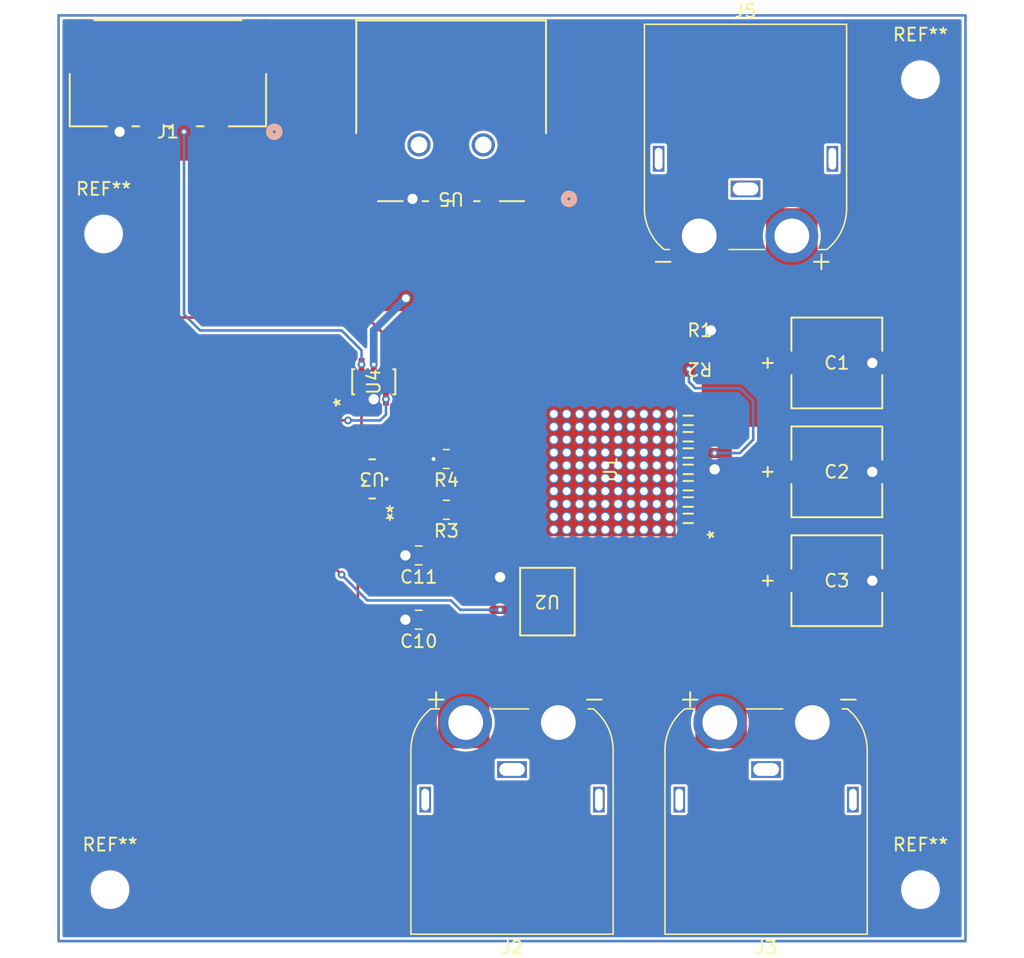
<source format=kicad_pcb>
(kicad_pcb (version 20240108) (generator "pcbnew") (generator_version "8.0")
  (layers (0 "F.Cu" signal) (31 "B.Cu" signal) (34 "B.Paste" user) (35 "F.Paste" user) (36 "B.SilkS" user "B.Silkscreen") (37 "F.SilkS" user "F.Silkscreen") (38 "B.Mask" user) (39 "F.Mask" user) (44 "Edge.Cuts" user))
  (net 0 "")
  (net 1 "GND")
  (net 2 "Net-(U2-FILTER)")
  (net 3 "Net-(U3-IN+)")
  (net 4 "/Buck Converter/Vin (12V)")
  (net 5 "/Current Sensor/CURRENT IN")
  (net 7 "Net-(U1-FB)")
  (net 8 "unconnected-(U1-Pad8)")
  (net 11 "/Buck Converter/Vout (5V 5A)")
  (net 12 "Net-(U4-Y)")
  (net 13 "Net-(U4-S)")
  (net 14 "/Current Sensor/VOLTAGE OUT (of reading)")
  (net 15 "Net-(U3-IN-)")
  (footprint "_Footprints:RC0805N_PAN" (layer "F.Cu") (at 142.852799 86)
    (property "Reference" "R1" (at 0 0 0) (layer "F.SilkS"))
    (property "Value" "ERJ-6ENF1071V")
    (pad "1" smd rect (at -0.852799 0) (size 1.005599 1.199998) (layers "F.Cu" "F.Paste" "F.Mask") (net 7 "Net-(U1-FB)"))
    (pad "2" smd rect (at 0.852799 0) (size 1.005599 1.199998) (layers "F.Cu" "F.Paste" "F.Mask") (net 1 "GND"))
    (zone (net 0) (net_name "") (layer "F.Cu") (connect_pads (clearance 0)) (min_thickness 0.254)
      (keepout (tracks not_allowed) (vias not_allowed) (pads allowed) (copperpour not_allowed) (footprints allowed))
      (fill (thermal_gap 0.508) (thermal_bridge_width 0.508))
      (polygon (pts (xy 142.5536 85.450801) (xy 143.151998 85.450801) (xy 143.151998 86.549199) (xy 142.5536 86.549199)))
    )
  )
  (footprint "footprints 2:SOIC-8_ALM" (layer "F.Cu") (at 131 107.095 180)
    (property "Reference" "U2" (at 0 0 180) (layer "F.SilkS"))
    (property "Value" "ACS715LLCTR-30A-T")
    (fp_line (start 2.1209 2.6289) (end 2.1209 -2.6289) (stroke (width 0.1524)) (layer "F.SilkS"))
    (fp_line (start 2.1209 -2.6289) (end -2.1209 -2.6289) (stroke (width 0.1524)) (layer "F.SilkS"))
    (fp_line (start -2.1209 2.6289) (end 2.1209 2.6289) (stroke (width 0.1524)) (layer "F.SilkS"))
    (fp_line (start -2.1209 -2.6289) (end -2.1209 2.6289) (stroke (width 0.1524)) (layer "F.SilkS"))
    (pad "1" smd rect (at -3.674999 -1.905 180) (size 1.7526 0.6604) (layers "F.Cu" "F.Paste" "F.Mask") (net 5 "/Current Sensor/CURRENT IN"))
    (pad "2" smd oval (at -3.674999 -0.635 180) (size 1.7526 0.6604) (layers "F.Cu" "F.Paste" "F.Mask") (net 5 "/Current Sensor/CURRENT IN"))
    (pad "3" smd oval (at -3.674999 0.635 180) (size 1.7526 0.6604) (layers "F.Cu" "F.Paste" "F.Mask") (net 4 "/Buck Converter/Vin (12V)"))
    (pad "4" smd oval (at -3.674999 1.905 180) (size 1.7526 0.6604) (layers "F.Cu" "F.Paste" "F.Mask") (net 4 "/Buck Converter/Vin (12V)"))
    (pad "5" smd oval (at 3.674999 1.905 180) (size 1.7526 0.6604) (layers "F.Cu" "F.Paste" "F.Mask") (net 1 "GND"))
    (pad "6" smd oval (at 3.674999 0.635 180) (size 1.7526 0.6604) (layers "F.Cu" "F.Paste" "F.Mask") (net 2 "Net-(U2-FILTER)"))
    (pad "7" smd oval (at 3.674999 -0.635 180) (size 1.7526 0.6604) (layers "F.Cu" "F.Paste" "F.Mask") (net 14 "/Current Sensor/VOLTAGE OUT (of reading)"))
    (pad "8" smd oval (at 3.674999 -1.905 180) (size 1.7526 0.6604) (layers "F.Cu" "F.Paste" "F.Mask") (net 11 "/Buck Converter/Vout (5V 5A)"))
    (pad "9" smd rect (at 0 0 180) (size 2.413 3.302) (layers "F.Cu" "F.Mask"))
  )
  (footprint "MountingHole:MountingHole_2.5mm" (layer "F.Cu") (at 97 129.5)
    (property "Reference" "REF**" (at 0 -3.5 0) (layer "F.SilkS"))
    (property "Value" "MountingHole_2.5mm")
    (pad "" np_thru_hole circle (at 0 0) (size 2.5 2.5) (drill 2.5) (layers "*.Cu" "*.Mask"))
  )
  (footprint "_Footprints:TZA07A" (layer "F.Cu") (at 135.9101 96.81 90)
    (property "Reference" "U1" (at 0 0 90) (layer "F.SilkS"))
    (property "Value" "LMZ22005TZ/NOPB")
    (fp_line (start 4.1783 5.6642) (end 4.1783 6.4008) (stroke (width 0.1524)) (layer "F.SilkS"))
    (fp_line (start 3.4417 5.6642) (end 3.4417 6.4008) (stroke (width 0.1524)) (layer "F.SilkS"))
    (fp_line (start 2.9083 5.6642) (end 2.9083 6.4008) (stroke (width 0.1524)) (layer "F.SilkS"))
    (fp_line (start 2.1717 5.6642) (end 2.1717 6.4008) (stroke (width 0.1524)) (layer "F.SilkS"))
    (fp_line (start 1.6383 5.6642) (end 1.6383 6.4008) (stroke (width 0.1524)) (layer "F.SilkS"))
    (fp_line (start 0.9017 5.6642) (end 0.9017 6.4008) (stroke (width 0.1524)) (layer "F.SilkS"))
    (fp_line (start 0.3683 5.6642) (end 0.3683 6.4008) (stroke (width 0.1524)) (layer "F.SilkS"))
    (fp_line (start -0.3683 5.6642) (end -0.3683 6.4008) (stroke (width 0.1524)) (layer "F.SilkS"))
    (fp_line (start -0.9017 5.6642) (end -0.9017 6.4008) (stroke (width 0.1524)) (layer "F.SilkS"))
    (fp_line (start -1.6383 5.6642) (end -1.6383 6.4008) (stroke (width 0.1524)) (layer "F.SilkS"))
    (fp_line (start -2.1717 5.6642) (end -2.1717 6.4008) (stroke (width 0.1524)) (layer "F.SilkS"))
    (fp_line (start -2.9083 5.6642) (end -2.9083 6.4008) (stroke (width 0.1524)) (layer "F.SilkS"))
    (fp_line (start -3.4417 5.6642) (end -3.4417 6.4008) (stroke (width 0.1524)) (layer "F.SilkS"))
    (fp_line (start -4.1783 5.6642) (end -4.1783 6.4008) (stroke (width 0.1524)) (layer "F.SilkS"))
    (fp_text user "*" (at -5.08 8.0899 90) (layer "F.SilkS"))
    (fp_text user "*" (at -5.08 8.0899 90) (layer "F.SilkS"))
    (pad "1" smd rect (at -3.81 8.0899 90) (size 0.7874 2.667) (layers "F.Cu" "F.Paste" "F.Mask") (net 4 "/Buck Converter/Vin (12V)"))
    (pad "2" smd rect (at -2.54 8.0899 90) (size 0.7874 2.667) (layers "F.Cu" "F.Paste" "F.Mask") (net 4 "/Buck Converter/Vin (12V)"))
    (pad "3" smd rect (at -1.27 8.0899 90) (size 0.7874 2.667) (layers "F.Cu" "F.Paste" "F.Mask"))
    (pad "4" smd rect (at 0 8.0899 90) (size 0.7874 2.667) (layers "F.Cu" "F.Paste" "F.Mask") (net 1 "GND"))
    (pad "5" smd rect (at 1.27 8.0899 90) (size 0.7874 2.667) (layers "F.Cu" "F.Paste" "F.Mask") (net 7 "Net-(U1-FB)"))
    (pad "6" smd rect (at 2.54 8.0899 90) (size 0.7874 2.667) (layers "F.Cu" "F.Paste" "F.Mask"))
    (pad "7" smd rect (at 3.81 8.0899 90) (size 0.7874 2.667) (layers "F.Cu" "F.Paste" "F.Mask") (net 11 "/Buck Converter/Vout (5V 5A)"))
    (pad "8" smd rect (at 0 -0.1524 90) (size 10.414 10.414) (layers "F.Cu" "F.Paste" "F.Mask") (net 8 "unconnected-(U1-Pad8)"))
  )
  (footprint "_Footprints:RC0805N_PAN" (layer "F.Cu") (at 142.852799 89 180)
    (property "Reference" "R2" (at 0 0 180) (layer "F.SilkS"))
    (property "Value" "ERJ-6ENF5761V")
    (pad "1" smd rect (at -0.852799 0 180) (size 1.005599 1.199998) (layers "F.Cu" "F.Paste" "F.Mask") (net 11 "/Buck Converter/Vout (5V 5A)"))
    (pad "2" smd rect (at 0.852799 0 180) (size 1.005599 1.199998) (layers "F.Cu" "F.Paste" "F.Mask") (net 7 "Net-(U1-FB)"))
    (zone (net 0) (net_name "") (layer "F.Cu") (connect_pads (clearance 0)) (min_thickness 0.254)
      (keepout (tracks not_allowed) (vias not_allowed) (pads allowed) (copperpour not_allowed) (footprints allowed))
      (fill (thermal_gap 0.508) (thermal_bridge_width 0.508))
      (polygon (pts (xy 143.151998 89.549199) (xy 142.5536 89.549199) (xy 142.5536 88.450801) (xy 143.151998 88.450801)))
    )
  )
  (footprint "_Footprints:PCAP_SVP_C6_PAN" (layer "F.Cu") (at 153.5 97)
    (property "Reference" "C2" (at 0 0 0) (layer "F.SilkS"))
    (property "Value" "20SVPF120M")
    (fp_line (start -5.3721 -0.381) (end -5.3721 0.381) (stroke (width 0.1524)) (layer "F.SilkS"))
    (fp_line (start -4.9911 0) (end -5.7531 0) (stroke (width 0.1524)) (layer "F.SilkS"))
    (fp_line (start -3.5306 -3.5306) (end -3.5306 -0.94234) (stroke (width 0.1524)) (layer "F.SilkS"))
    (fp_line (start -3.5306 0.94234) (end -3.5306 3.5306) (stroke (width 0.1524)) (layer "F.SilkS"))
    (fp_line (start -3.5306 3.5306) (end 3.5306 3.5306) (stroke (width 0.1524)) (layer "F.SilkS"))
    (fp_line (start 3.5306 -3.5306) (end -3.5306 -3.5306) (stroke (width 0.1524)) (layer "F.SilkS"))
    (fp_line (start 3.5306 -0.94234) (end 3.5306 -3.5306) (stroke (width 0.1524)) (layer "F.SilkS"))
    (fp_line (start 3.5306 3.5306) (end 3.5306 0.94234) (stroke (width 0.1524)) (layer "F.SilkS"))
    (pad "1" smd rect (at -2.7559 0) (size 2.9972 1.2192) (layers "F.Cu" "F.Paste" "F.Mask") (net 11 "/Buck Converter/Vout (5V 5A)"))
    (pad "2" smd rect (at 2.7559 0) (size 2.9972 1.2192) (layers "F.Cu" "F.Paste" "F.Mask") (net 1 "GND"))
    (zone (net 0) (net_name "") (layer "F.Cu") (connect_pads (clearance 0)) (min_thickness 0.254)
      (keepout (tracks not_allowed) (vias not_allowed) (pads allowed) (copperpour not_allowed) (footprints allowed))
      (fill (thermal_gap 0.508) (thermal_bridge_width 0.508))
      (polygon (pts (xy 150.1472 93.6472) (xy 156.8528 93.6472) (xy 156.8528 96.3396) (xy 150.1472 96.3396)))
    )
    (zone (net 0) (net_name "") (layer "F.Cu") (connect_pads (clearance 0)) (min_thickness 0.254)
      (keepout (tracks not_allowed) (vias not_allowed) (pads allowed) (copperpour not_allowed) (footprints allowed))
      (fill (thermal_gap 0.508) (thermal_bridge_width 0.508))
      (polygon (pts (xy 150.1472 97.6604) (xy 156.8528 97.6604) (xy 156.8528 100.3528) (xy 150.1472 100.3528)))
    )
    (zone (net 0) (net_name "") (layer "F.Cu") (connect_pads (clearance 0)) (min_thickness 0.254)
      (keepout (tracks not_allowed) (vias not_allowed) (pads allowed) (copperpour not_allowed) (footprints allowed))
      (fill (thermal_gap 0.508) (thermal_bridge_width 0.508))
      (polygon (pts (xy 152.2935 96.3396) (xy 154.7065 96.3396) (xy 154.7065 97.6604) (xy 152.2935 97.6604)))
    )
  )
  (footprint "_Footprints:CONN4_S4B-XH_JST" (layer "F.Cu") (at 101.5 66)
    (property "Reference" "J1" (at 0 4.549501 0) (layer "F.SilkS"))
    (property "Value" "S4B-XH-SM4-TB")
    (fp_circle (center 8.2677 4.549501) (end 8.6487 4.549501) (stroke (width 0.508)) (fill none) (layer "B.SilkS"))
    (fp_line (start -7.6327 0.048041) (end -7.6327 4.1275) (stroke (width 0.1524)) (layer "F.SilkS"))
    (fp_line (start -7.6327 4.1275) (end -4.73044 4.1275) (stroke (width 0.1524)) (layer "F.SilkS"))
    (fp_line (start -2.76956 4.1275) (end -2.23044 4.1275) (stroke (width 0.1524)) (layer "F.SilkS"))
    (fp_line (start -0.26956 4.1275) (end 0.26956 4.1275) (stroke (width 0.1524)) (layer "F.SilkS"))
    (fp_line (start 2.23044 4.1275) (end 2.76956 4.1275) (stroke (width 0.1524)) (layer "F.SilkS"))
    (fp_line (start 4.73044 4.1275) (end 7.6327 4.1275) (stroke (width 0.1524)) (layer "F.SilkS"))
    (fp_line (start 5.715559 -4.1275) (end -5.715559 -4.1275) (stroke (width 0.1524)) (layer "F.SilkS"))
    (fp_line (start 7.6327 4.1275) (end 7.6327 0.048041) (stroke (width 0.1524)) (layer "F.SilkS"))
    (fp_circle (center 8.2677 4.549501) (end 8.6487 4.549501) (stroke (width 0.508)) (fill none) (layer "F.SilkS"))
    (pad "1" smd rect (at 3.75 4.549501) (size 1.2954 4.4958) (layers "F.Cu" "F.Paste" "F.Mask") (net 11 "/Buck Converter/Vout (5V 5A)"))
    (pad "2" smd rect (at 1.25 4.549501) (size 1.2954 4.4958) (layers "F.Cu" "F.Paste" "F.Mask") (net 13 "Net-(U4-S)"))
    (pad "3" smd rect (at -1.25 4.549501) (size 1.2954 4.4958) (layers "F.Cu" "F.Paste" "F.Mask") (net 12 "Net-(U4-Y)"))
    (pad "4" smd rect (at -3.75 4.549501) (size 1.2954 4.4958) (layers "F.Cu" "F.Paste" "F.Mask") (net 1 "GND"))
    (pad "5" smd rect (at -6.949999 -2.240499) (size 1.8034 3.9116) (layers "F.Cu" "F.Paste" "F.Mask"))
    (pad "6" smd rect (at 6.949999 -2.240499) (size 1.8034 3.9116) (layers "F.Cu" "F.Paste" "F.Mask"))
  )
  (footprint "Connector_AMASS:AMASS_XT60IPW-M_1x03_P7.20mm_Horizontal" (layer "F.Cu") (at 142.8 78.65)
    (property "Reference" "J5" (at 3.6 -17.5 0) (layer "F.SilkS"))
    (property "Value" "XT60PW-M")
    (fp_line (start -4.26 -16.46) (end -4.26 -2.15) (stroke (width 0.12)) (layer "F.SilkS"))
    (fp_line (start -4.26 -16.46) (end 11.46 -16.46) (stroke (width 0.12)) (layer "F.SilkS"))
    (fp_line (start -2.71 1.06) (end -2.31 1.06) (stroke (width 0.12)) (layer "F.SilkS"))
    (fp_line (start 2.31 1.06) (end 5.1 1.06) (stroke (width 0.12)) (layer "F.SilkS"))
    (fp_line (start 9.25 1.06) (end 9.92 1.06) (stroke (width 0.12)) (layer "F.SilkS"))
    (fp_line (start 11.46 -16.46) (end 11.46 -2.15) (stroke (width 0.12)) (layer "F.SilkS"))
    (fp_arc (start -2.718715 1.058395) (mid -3.854694 -0.370298) (end -4.26 -2.15) (stroke (width 0.12)) (layer "F.SilkS"))
    (fp_arc (start 11.46 -2.15) (mid 11.05498 -0.370894) (end 9.919747 1.057569) (stroke (width 0.12)) (layer "F.SilkS"))
    (fp_text user "+" (at 9.5 1.9 0) (layer "F.SilkS") (effects (font (size 1.5 1.5))))
    (fp_text user "-" (at -2.8 1.9 0) (layer "F.SilkS") (effects (font (size 1.5 1.5))))
    (pad "" thru_hole rect (at -3.15 -6) (size 0.9 2) (drill oval 0.6 1.7) (layers "*.Cu" "*.Mask"))
    (pad "" thru_hole rect (at 10.35 -6) (size 0.9 2) (drill oval 0.6 1.7) (layers "*.Cu" "*.Mask"))
    (pad "1" thru_hole roundrect (at 0 0) (size 4.1 4.1) (drill 2.7) (layers "*.Cu" "*.Mask") (net 1 "GND"))
    (pad "2" thru_hole circle (at 7.2 0) (size 4.1 4.1) (drill 2.7) (layers "*.Cu" "*.Mask") (net 11 "/Buck Converter/Vout (5V 5A)"))
    (pad "3" thru_hole rect (at 3.6 -3.65) (size 2.3 1.3) (drill oval 2 1) (layers "*.Cu" "*.Mask"))
  )
  (footprint "Capacitor_SMD:C_0805_2012Metric_Pad1.18x1.45mm_HandSolder" (layer "F.Cu") (at 121 103.5 180)
    (property "Reference" "C11" (at 0 -1.68 360) (layer "F.SilkS"))
    (property "Value" "1nF")
    (fp_line (start -0.261252 0.735) (end 0.261252 0.735) (stroke (width 0.12)) (layer "F.SilkS"))
    (fp_line (start -0.261252 -0.735) (end 0.261252 -0.735) (stroke (width 0.12)) (layer "F.SilkS"))
    (pad "1" smd roundrect (at -1.0375 0 180) (size 1.175 1.45) (layers "F.Cu" "F.Paste" "F.Mask") (roundrect_rratio 0.212766) (net 2 "Net-(U2-FILTER)"))
    (pad "2" smd roundrect (at 1.0375 0 180) (size 1.175 1.45) (layers "F.Cu" "F.Paste" "F.Mask") (roundrect_rratio 0.212766) (net 1 "GND"))
  )
  (footprint "_Footprints:USB-A-S-RA-TSMT_ADM" (layer "F.Cu") (at 126.517399 75.770101 180)
    (property "Reference" "U5" (at 2.999999 0 180) (layer "F.SilkS"))
    (property "Value" "USB-A-S-RA-TSMT")
    (fp_circle (center -6.155 0) (end -5.774 0) (stroke (width 0.508)) (fill none) (layer "B.SilkS"))
    (fp_line (start 10.376998 13.877001) (end 10.376998 5.104232) (stroke (width 0.1524)) (layer "F.SilkS"))
    (fp_line (start 8.672657 -0.177) (end 6.777238 -0.177) (stroke (width 0.1524)) (layer "F.SilkS"))
    (fp_line (start 5.222758 -0.177) (end 4.77724 -0.177) (stroke (width 0.1524)) (layer "F.SilkS"))
    (fp_line (start 3.22276 -0.177) (end 2.777239 -0.177) (stroke (width 0.1524)) (layer "F.SilkS"))
    (fp_line (start 1.222759 -0.177) (end 0.77724 -0.177) (stroke (width 0.1524)) (layer "F.SilkS"))
    (fp_line (start -0.77724 -0.177) (end -2.672659 -0.177) (stroke (width 0.1524)) (layer "F.SilkS"))
    (fp_line (start -4.376999 13.877001) (end 10.376998 13.877001) (stroke (width 0.1524)) (layer "F.SilkS"))
    (fp_line (start -4.376999 5.104232) (end -4.376999 13.877001) (stroke (width 0.1524)) (layer "F.SilkS"))
    (fp_arc (start -6.005139 0.350289) (mid -6.536 0) (end -6.005139 -0.350289) (stroke (width 0.508)) (layer "F.SilkS"))
    (pad "1" smd rect (at 0 0 180) (size 0.889 2.4892) (layers "F.Cu" "F.Paste" "F.Mask") (net 11 "/Buck Converter/Vout (5V 5A)"))
    (pad "2" smd rect (at 1.999999 0 180) (size 0.889 2.4892) (layers "F.Cu" "F.Paste" "F.Mask"))
    (pad "3" smd rect (at 4 0 180) (size 0.889 2.4892) (layers "F.Cu" "F.Paste" "F.Mask"))
    (pad "4" smd rect (at 5.999998 0 180) (size 0.889 2.4892) (layers "F.Cu" "F.Paste" "F.Mask") (net 1 "GND"))
    (pad "5" thru_hole circle (at 0.499999 4.199999 180) (size 1.8034 1.8034) (drill 1.2954) (layers "*.Cu" "*.Mask"))
    (pad "6" thru_hole circle (at 5.499999 4.199999 180) (size 1.8034 1.8034) (drill 1.2954) (layers "*.Cu" "*.Mask"))
    (pad "7" smd rect (at -4.249999 2.193392 180) (size 2.4892 5.1562) (layers "F.Cu" "F.Paste" "F.Mask"))
    (pad "8" smd rect (at 10.249997 2.193392 180) (size 2.4892 5.1562) (layers "F.Cu" "F.Paste" "F.Mask"))
  )
  (footprint "Capacitor_SMD:C_0805_2012Metric_Pad1.18x1.45mm_HandSolder" (layer "F.Cu") (at 121 108.5 180)
    (property "Reference" "C10" (at 0 -1.68 360) (layer "F.SilkS"))
    (property "Value" "0.1uF")
    (fp_line (start -0.261252 0.735) (end 0.261252 0.735) (stroke (width 0.12)) (layer "F.SilkS"))
    (fp_line (start -0.261252 -0.735) (end 0.261252 -0.735) (stroke (width 0.12)) (layer "F.SilkS"))
    (pad "1" smd roundrect (at -1.0375 0 180) (size 1.175 1.45) (layers "F.Cu" "F.Paste" "F.Mask") (roundrect_rratio 0.212766) (net 11 "/Buck Converter/Vout (5V 5A)"))
    (pad "2" smd roundrect (at 1.0375 0 180) (size 1.175 1.45) (layers "F.Cu" "F.Paste" "F.Mask") (roundrect_rratio 0.212766) (net 1 "GND"))
  )
  (footprint "_Footprints:DBV6" (layer "F.Cu") (at 117.3824 97.549999 180)
    (property "Reference" "U3" (at 0 0 180) (layer "F.SilkS"))
    (property "Value" "TLV2370IDBVR")
    (fp_line (start 0.226316 -1.524) (end -0.226316 -1.524) (stroke (width 0.1524)) (layer "F.SilkS"))
    (fp_line (start -0.226316 1.524) (end 0.226316 1.524) (stroke (width 0.1524)) (layer "F.SilkS"))
    (fp_text user "*" (at -1.3716 -2.6518 180) (layer "F.SilkS"))
    (fp_text user "*" (at -1.3716 -2.6518 360) (layer "F.SilkS"))
    (pad "1" smd rect (at -1.1176 -0.950001 180) (size 1.4732 0.5588) (layers "F.Cu" "F.Paste" "F.Mask") (net 15 "Net-(U3-IN-)"))
    (pad "2" smd rect (at -1.1176 0 180) (size 1.4732 0.5588) (layers "F.Cu" "F.Paste" "F.Mask") (net 1 "GND"))
    (pad "3" smd rect (at -1.1176 0.950001 180) (size 1.4732 0.5588) (layers "F.Cu" "F.Paste" "F.Mask") (net 3 "Net-(U3-IN+)"))
    (pad "4" smd rect (at 1.1176 0.950001 180) (size 1.4732 0.5588) (layers "F.Cu" "F.Paste" "F.Mask") (net 15 "Net-(U3-IN-)"))
    (pad "5" smd rect (at 1.1176 0 180) (size 1.4732 0.5588) (layers "F.Cu" "F.Paste" "F.Mask"))
    (pad "6" smd rect (at 1.1176 -0.950001 180) (size 1.4732 0.5588) (layers "F.Cu" "F.Paste" "F.Mask") (net 11 "/Buck Converter/Vout (5V 5A)"))
  )
  (footprint "_Footprints:PCAP_SVP_C6_PAN" (layer "F.Cu") (at 153.5 105.4676)
    (property "Reference" "C3" (at 0 0 0) (layer "F.SilkS"))
    (property "Value" "25SVPF47M")
    (fp_line (start -5.3721 -0.381) (end -5.3721 0.381) (stroke (width 0.1524)) (layer "F.SilkS"))
    (fp_line (start -4.9911 0) (end -5.7531 0) (stroke (width 0.1524)) (layer "F.SilkS"))
    (fp_line (start -3.5306 -3.5306) (end -3.5306 -0.94234) (stroke (width 0.1524)) (layer "F.SilkS"))
    (fp_line (start -3.5306 0.94234) (end -3.5306 3.5306) (stroke (width 0.1524)) (layer "F.SilkS"))
    (fp_line (start -3.5306 3.5306) (end 3.5306 3.5306) (stroke (width 0.1524)) (layer "F.SilkS"))
    (fp_line (start 3.5306 -3.5306) (end -3.5306 -3.5306) (stroke (width 0.1524)) (layer "F.SilkS"))
    (fp_line (start 3.5306 -0.94234) (end 3.5306 -3.5306) (stroke (width 0.1524)) (layer "F.SilkS"))
    (fp_line (start 3.5306 3.5306) (end 3.5306 0.94234) (stroke (width 0.1524)) (layer "F.SilkS"))
    (pad "1" smd rect (at -2.7559 0) (size 2.9972 1.2192) (layers "F.Cu" "F.Paste" "F.Mask") (net 4 "/Buck Converter/Vin (12V)"))
    (pad "2" smd rect (at 2.7559 0) (size 2.9972 1.2192) (layers "F.Cu" "F.Paste" "F.Mask") (net 1 "GND"))
    (zone (net 0) (net_name "") (layer "F.Cu") (connect_pads (clearance 0)) (min_thickness 0.254)
      (keepout (tracks not_allowed) (vias not_allowed) (pads allowed) (copperpour not_allowed) (footprints allowed))
      (fill (thermal_gap 0.508) (thermal_bridge_width 0.508))
      (polygon (pts (xy 150.1472 102.1148) (xy 156.8528 102.1148) (xy 156.8528 104.8072) (xy 150.1472 104.8072)))
    )
    (zone (net 0) (net_name "") (layer "F.Cu") (connect_pads (clearance 0)) (min_thickness 0.254)
      (keepout (tracks not_allowed) (vias not_allowed) (pads allowed) (copperpour not_allowed) (footprints allowed))
      (fill (thermal_gap 0.508) (thermal_bridge_width 0.508))
      (polygon (pts (xy 150.1472 106.128) (xy 156.8528 106.128) (xy 156.8528 108.8204) (xy 150.1472 108.8204)))
    )
    (zone (net 0) (net_name "") (layer "F.Cu") (connect_pads (clearance 0)) (min_thickness 0.254)
      (keepout (tracks not_allowed) (vias not_allowed) (pads allowed) (copperpour not_allowed) (footprints allowed))
      (fill (thermal_gap 0.508) (thermal_bridge_width 0.508))
      (polygon (pts (xy 152.2935 104.8072) (xy 154.7065 104.8072) (xy 154.7065 106.128) (xy 152.2935 106.128)))
    )
  )
  (footprint "MountingHole:MountingHole_2.5mm" (layer "F.Cu") (at 160 66.5)
    (property "Reference" "REF**" (at 0 -3.5 0) (layer "F.SilkS"))
    (property "Value" "MountingHole_2.5mm")
    (pad "" np_thru_hole circle (at 0 0) (size 2.5 2.5) (drill 2.5) (layers "*.Cu" "*.Mask"))
  )
  (footprint "Connector_AMASS:AMASS_XT60IPW-M_1x03_P7.20mm_Horizontal" (layer "F.Cu") (at 131.85 116.5 180)
    (property "Reference" "J2" (at 3.6 -17.5 360) (layer "F.SilkS"))
    (property "Value" "XT60PW-M")
    (fp_line (start 11.46 -16.46) (end 11.46 -2.15) (stroke (width 0.12)) (layer "F.SilkS"))
    (fp_line (start 9.25 1.06) (end 9.92 1.06) (stroke (width 0.12)) (layer "F.SilkS"))
    (fp_line (start 2.31 1.06) (end 5.1 1.06) (stroke (width 0.12)) (layer "F.SilkS"))
    (fp_line (start -2.71 1.06) (end -2.31 1.06) (stroke (width 0.12)) (layer "F.SilkS"))
    (fp_line (start -4.26 -16.46) (end 11.46 -16.46) (stroke (width 0.12)) (layer "F.SilkS"))
    (fp_line (start -4.26 -16.46) (end -4.26 -2.15) (stroke (width 0.12)) (layer "F.SilkS"))
    (fp_arc (start 11.46 -2.15) (mid 11.05498 -0.370894) (end 9.919747 1.057569) (stroke (width 0.12)) (layer "F.SilkS"))
    (fp_arc (start -2.718715 1.058395) (mid -3.854694 -0.370298) (end -4.26 -2.15) (stroke (width 0.12)) (layer "F.SilkS"))
    (fp_text user "-" (at -2.8 1.9 360) (layer "F.SilkS") (effects (font (size 1.5 1.5))))
    (fp_text user "+" (at 9.5 1.9 360) (layer "F.SilkS") (effects (font (size 1.5 1.5))))
    (pad "" thru_hole rect (at -3.15 -6 180) (size 0.9 2) (drill oval 0.6 1.7) (layers "*.Cu" "*.Mask"))
    (pad "" thru_hole rect (at 10.35 -6 180) (size 0.9 2) (drill oval 0.6 1.7) (layers "*.Cu" "*.Mask"))
    (pad "1" thru_hole roundrect (at 0 0 180) (size 4.1 4.1) (drill 2.7) (layers "*.Cu" "*.Mask") (net 1 "GND"))
    (pad "2" thru_hole circle (at 7.2 0 180) (size 4.1 4.1) (drill 2.7) (layers "*.Cu" "*.Mask") (net 5 "/Current Sensor/CURRENT IN"))
    (pad "3" thru_hole rect (at 3.6 -3.65 180) (size 2.3 1.3) (drill oval 2 1) (layers "*.Cu" "*.Mask"))
  )
  (footprint "MountingHole:MountingHole_2.5mm" (layer "F.Cu") (at 160 129.5)
    (property "Reference" "REF**" (at 0 -3.5 0) (layer "F.SilkS"))
    (property "Value" "MountingHole_2.5mm")
    (pad "" np_thru_hole circle (at 0 0) (size 2.5 2.5) (drill 2.5) (layers "*.Cu" "*.Mask"))
  )
  (footprint "MountingHole:MountingHole_2.5mm" (layer "F.Cu") (at 96.5 78.5)
    (property "Reference" "REF**" (at 0 -3.5 0) (layer "F.SilkS"))
    (property "Value" "MountingHole_2.5mm")
    (pad "" np_thru_hole circle (at 0 0) (size 2.5 2.5) (drill 2.5) (layers "*.Cu" "*.Mask"))
  )
  (footprint "Resistor_SMD:R_0805_2012Metric_Pad1.20x1.40mm_HandSolder" (layer "F.Cu") (at 123.14745 96 180)
    (property "Reference" "R4" (at 0 -1.65 360) (layer "F.SilkS"))
    (property "Value" "0.333M")
    (fp_line (start -0.227064 0.735) (end 0.227064 0.735) (stroke (width 0.12)) (layer "F.SilkS"))
    (fp_line (start -0.227064 -0.735) (end 0.227064 -0.735) (stroke (width 0.12)) (layer "F.SilkS"))
    (pad "1" smd roundrect (at -1 0 180) (size 1.2 1.4) (layers "F.Cu" "F.Paste" "F.Mask") (roundrect_rratio 0.208333) (net 3 "Net-(U3-IN+)"))
    (pad "2" smd roundrect (at 1 0 180) (size 1.2 1.4) (layers "F.Cu" "F.Paste" "F.Mask") (roundrect_rratio 0.208333) (net 1 "GND"))
  )
  (footprint "_Footprints:PCAP_SVP_C6_PAN" (layer "F.Cu") (at 153.5 88.5324)
    (property "Reference" "C1" (at 0 0 0) (layer "F.SilkS"))
    (property "Value" "20SVPF120M")
    (fp_line (start -5.3721 -0.381) (end -5.3721 0.381) (stroke (width 0.1524)) (layer "F.SilkS"))
    (fp_line (start -4.9911 0) (end -5.7531 0) (stroke (width 0.1524)) (layer "F.SilkS"))
    (fp_line (start -3.5306 -3.5306) (end -3.5306 -0.94234) (stroke (width 0.1524)) (layer "F.SilkS"))
    (fp_line (start -3.5306 0.94234) (end -3.5306 3.5306) (stroke (width 0.1524)) (layer "F.SilkS"))
    (fp_line (start -3.5306 3.5306) (end 3.5306 3.5306) (stroke (width 0.1524)) (layer "F.SilkS"))
    (fp_line (start 3.5306 -3.5306) (end -3.5306 -3.5306) (stroke (width 0.1524)) (layer "F.SilkS"))
    (fp_line (start 3.5306 -0.94234) (end 3.5306 -3.5306) (stroke (width 0.1524)) (layer "F.SilkS"))
    (fp_line (start 3.5306 3.5306) (end 3.5306 0.94234) (stroke (width 0.1524)) (layer "F.SilkS"))
    (pad "1" smd rect (at -2.7559 0) (size 2.9972 1.2192) (layers "F.Cu" "F.Paste" "F.Mask") (net 11 "/Buck Converter/Vout (5V 5A)"))
    (pad "2" smd rect (at 2.7559 0) (size 2.9972 1.2192) (layers "F.Cu" "F.Paste" "F.Mask") (net 1 "GND"))
    (zone (net 0) (net_name "") (layer "F.Cu") (connect_pads (clearance 0)) (min_thickness 0.254)
      (keepout (tracks not_allowed) (vias not_allowed) (pads allowed) (copperpour not_allowed) (footprints allowed))
      (fill (thermal_gap 0.508) (thermal_bridge_width 0.508))
      (polygon (pts (xy 150.1472 85.1796) (xy 156.8528 85.1796) (xy 156.8528 87.872) (xy 150.1472 87.872)))
    )
    (zone (net 0) (net_name "") (layer "F.Cu") (connect_pads (clearance 0)) (min_thickness 0.254)
      (keepout (tracks not_allowed) (vias not_allowed) (pads allowed) (copperpour not_allowed) (footprints allowed))
      (fill (thermal_gap 0.508) (thermal_bridge_width 0.508))
      (polygon (pts (xy 150.1472 89.1928) (xy 156.8528 89.1928) (xy 156.8528 91.8852) (xy 150.1472 91.8852)))
    )
    (zone (net 0) (net_name "") (layer "F.Cu") (connect_pads (clearance 0)) (min_thickness 0.254)
      (keepout (tracks not_allowed) (vias not_allowed) (pads allowed) (copperpour not_allowed) (footprints allowed))
      (fill (thermal_gap 0.508) (thermal_bridge_width 0.508))
      (polygon (pts (xy 152.2935 87.872) (xy 154.7065 87.872) (xy 154.7065 89.1928) (xy 152.2935 89.1928)))
    )
  )
  (footprint "Connector_AMASS:AMASS_XT60IPW-M_1x03_P7.20mm_Horizontal" (layer "F.Cu") (at 151.6 116.5 180)
    (property "Reference" "J3" (at 3.6 -17.5 360) (layer "F.SilkS"))
    (property "Value" "XT60PW-M")
    (fp_line (start 11.46 -16.46) (end 11.46 -2.15) (stroke (width 0.12)) (layer "F.SilkS"))
    (fp_line (start 9.25 1.06) (end 9.92 1.06) (stroke (width 0.12)) (layer "F.SilkS"))
    (fp_line (start 2.31 1.06) (end 5.1 1.06) (stroke (width 0.12)) (layer "F.SilkS"))
    (fp_line (start -2.71 1.06) (end -2.31 1.06) (stroke (width 0.12)) (layer "F.SilkS"))
    (fp_line (start -4.26 -16.46) (end 11.46 -16.46) (stroke (width 0.12)) (layer "F.SilkS"))
    (fp_line (start -4.26 -16.46) (end -4.26 -2.15) (stroke (width 0.12)) (layer "F.SilkS"))
    (fp_arc (start 11.46 -2.15) (mid 11.05498 -0.370894) (end 9.919747 1.057569) (stroke (width 0.12)) (layer "F.SilkS"))
    (fp_arc (start -2.718715 1.058395) (mid -3.854694 -0.370298) (end -4.26 -2.15) (stroke (width 0.12)) (layer "F.SilkS"))
    (fp_text user "-" (at -2.8 1.9 360) (layer "F.SilkS") (effects (font (size 1.5 1.5))))
    (fp_text user "+" (at 9.5 1.9 360) (layer "F.SilkS") (effects (font (size 1.5 1.5))))
    (pad "" thru_hole rect (at -3.15 -6 180) (size 0.9 2) (drill oval 0.6 1.7) (layers "*.Cu" "*.Mask"))
    (pad "" thru_hole rect (at 10.35 -6 180) (size 0.9 2) (drill oval 0.6 1.7) (layers "*.Cu" "*.Mask"))
    (pad "1" thru_hole roundrect (at 0 0 180) (size 4.1 4.1) (drill 2.7) (layers "*.Cu" "*.Mask") (net 1 "GND"))
    (pad "2" thru_hole circle (at 7.2 0 180) (size 4.1 4.1) (drill 2.7) (layers "*.Cu" "*.Mask") (net 4 "/Buck Converter/Vin (12V)"))
    (pad "3" thru_hole rect (at 3.6 -3.65 180) (size 2.3 1.3) (drill oval 2 1) (layers "*.Cu" "*.Mask"))
  )
  (footprint "_Footprints:TSOP6_SOT457_NEX" (layer "F.Cu") (at 117.5 90 90)
    (property "Reference" "U4" (at 0 0 90) (layer "F.SilkS"))
    (property "Value" "74LVC1G157GV_125")
    (fp_line (start 0.9779 -1.6764) (end -0.9779 -1.6764) (stroke (width 0.1524)) (layer "F.SilkS"))
    (fp_line (start -0.9779 -1.6764) (end -0.9779 -1.511341) (stroke (width 0.1524)) (layer "F.SilkS"))
    (fp_line (start 0.9779 -1.511341) (end 0.9779 -1.6764) (stroke (width 0.1524)) (layer "F.SilkS"))
    (fp_line (start -0.9779 1.511341) (end -0.9779 1.6764) (stroke (width 0.1524)) (layer "F.SilkS"))
    (fp_line (start 0.9779 1.6764) (end 0.9779 1.511341) (stroke (width 0.1524)) (layer "F.SilkS"))
    (fp_line (start -0.9779 1.6764) (end 0.9779 1.6764) (stroke (width 0.1524)) (layer "F.SilkS"))
    (fp_text user "*" (at -1.60655 -2.5502 90) (layer "F.SilkS"))
    (fp_text user "*" (at -1.60655 -2.5502 90) (layer "F.SilkS"))
    (pad "1" smd rect (at -1.35255 -0.950001 90) (size 1.0033 0.4572) (layers "F.Cu" "F.Paste" "F.Mask") (net 15 "Net-(U3-IN-)"))
    (pad "2" smd rect (at -1.35255 0 90) (size 1.0033 0.4572) (layers "F.Cu" "F.Paste" "F.Mask") (net 1 "GND"))
    (pad "3" smd rect (at -1.35255 0.950001 90) (size 1.0033 0.4572) (layers "F.Cu" "F.Paste" "F.Mask") (net 14 "/Current Sensor/VOLTAGE OUT (of reading)"))
    (pad "4" smd rect (at 1.35255 0.950001 90) (size 1.0033 0.4572) (layers "F.Cu" "F.Paste" "F.Mask") (net 12 "Net-(U4-Y)"))
    (pad "5" smd rect (at 1.35255 0 90) (size 1.0033 0.4572) (layers "F.Cu" "F.Paste" "F.Mask") (net 11 "/Buck Converter/Vout (5V 5A)"))
    (pad "6" smd rect (at 1.35255 -0.950001 90) (size 1.0033 0.4572) (layers "F.Cu" "F.Paste" "F.Mask") (net 13 "Net-(U4-S)"))
  )
  (footprint "Resistor_SMD:R_0805_2012Metric_Pad1.20x1.40mm_HandSolder" (layer "F.Cu") (at 123.14745 99.950001 180)
    (property "Reference" "R3" (at 0 -1.65 360) (layer "F.SilkS"))
    (property "Value" "1M")
    (fp_line (start -0.227064 0.735) (end 0.227064 0.735) (stroke (width 0.12)) (layer "F.SilkS"))
    (fp_line (start -0.227064 -0.735) (end 0.227064 -0.735) (stroke (width 0.12)) (layer "F.SilkS"))
    (pad "1" smd roundrect (at -1 0 180) (size 1.2 1.4) (layers "F.Cu" "F.Paste" "F.Mask") (roundrect_rratio 0.208333) (net 4 "/Buck Converter/Vin (12V)"))
    (pad "2" smd roundrect (at 1 0 180) (size 1.2 1.4) (layers "F.Cu" "F.Paste" "F.Mask") (roundrect_rratio 0.208333) (net 3 "Net-(U3-IN+)"))
  )
  (gr_rect (start 93 61.5) (end 163.5 133.5) (stroke (width 0.2)) (fill none) (layer "B.Cu"))
  (via (at 120.517401 75.770101) (size 1) (drill 0.8) (layers "F.Cu" "B.Cu") (net 1))
  (via (at 127.325001 105.19) (size 1) (drill 0.8) (layers "F.Cu" "B.Cu") (net 1))
  (via (at 122.14745 96) (size 0.6) (drill 0.3) (layers "F.Cu" "B.Cu") (net 1))
  (via (at 119.9625 103.5) (size 1) (drill 0.8) (layers "F.Cu" "B.Cu") (net 1))
  (via (at 144 96.81) (size 1) (drill 0.8) (layers "F.Cu" "B.Cu") (net 1))
  (via (at 119.9625 108.5) (size 1) (drill 0.8) (layers "F.Cu" "B.Cu") (net 1))
  (via (at 143.705598 86) (size 1) (drill 0.8) (layers "F.Cu" "B.Cu") (net 1))
  (via (at 156.2559 88.5324) (size 1) (drill 0.8) (layers "F.Cu" "B.Cu") (net 1))
  (via (at 117.5 91.35255) (size 1) (drill 0.8) (layers "F.Cu" "B.Cu") (net 1))
  (via (at 97.75 70.549501) (size 1) (drill 0.8) (layers "F.Cu" "B.Cu") (net 1))
  (via (at 156.2559 105.4676) (size 1) (drill 0.8) (layers "F.Cu" "B.Cu") (net 1))
  (via (at 156.2559 97) (size 1) (drill 0.8) (layers "F.Cu" "B.Cu") (net 1))
  (via (at 118.5 97.549999) (size 0.6) (drill 0.3) (layers "F.Cu" "B.Cu") (net 1))
  (segment (start 123.96 106.46) (end 127.325001 106.46) (width 0.2) (layer "F.Cu") (net 2))
  (segment (start 122.0375 103.5) (end 122.0375 104.5375) (width 0.2) (layer "F.Cu") (net 2))
  (segment (start 122.0375 104.5375) (end 123.96 106.46) (width 0.2) (layer "F.Cu") (net 2))
  (segment (start 122.14745 99.950001) (end 122.14745 98.85255) (width 0.2) (layer "F.Cu") (net 3))
  (segment (start 119.894898 96.599998) (end 122.14745 98.85255) (width 0.2) (layer "F.Cu") (net 3))
  (segment (start 124.14745 96.85255) (end 124.14745 96) (width 0.2) (layer "F.Cu") (net 3))
  (segment (start 118.5 96.599998) (end 119.894898 96.599998) (width 0.2) (layer "F.Cu") (net 3))
  (segment (start 122.14745 98.85255) (end 124.14745 96.85255) (width 0.2) (layer "F.Cu") (net 3))
  (segment (start 124.14745 99.950001) (end 124.14745 101.14745) (width 0.6) (layer "F.Cu") (net 4))
  (segment (start 126 103) (end 134 103) (width 0.6) (layer "F.Cu") (net 4))
  (segment (start 134.674999 103.674999) (end 134.674999 105.19) (width 0.6) (layer "F.Cu") (net 4))
  (segment (start 124.14745 101.14745) (end 126 103) (width 0.6) (layer "F.Cu") (net 4))
  (segment (start 134 103) (end 134.674999 103.674999) (width 0.6) (layer "F.Cu") (net 4))
  (segment (start 142 89) (end 142 86) (width 0.2) (layer "F.Cu") (net 7))
  (via (at 142 89) (size 0.6) (drill 0.3) (layers "F.Cu" "B.Cu") (net 7))
  (via (at 144 95.54) (size 0.6) (drill 0.3) (layers "F.Cu" "B.Cu") (net 7))
  (segment (start 146 90.5) (end 142.5 90.5) (width 0.2) (layer "B.Cu") (net 7))
  (segment (start 147 94.5) (end 147 91.5) (width 0.2) (layer "B.Cu") (net 7))
  (segment (start 142.5 90.5) (end 142 90) (width 0.2) (layer "B.Cu") (net 7))
  (segment (start 145.96 95.54) (end 147 94.5) (width 0.2) (layer "B.Cu") (net 7))
  (segment (start 147 91.5) (end 146 90.5) (width 0.2) (layer "B.Cu") (net 7))
  (segment (start 142 90) (end 142 89) (width 0.2) (layer "B.Cu") (net 7))
  (segment (start 144 95.54) (end 145.96 95.54) (width 0.2) (layer "B.Cu") (net 7))
  (via (at 139.5 92.5) (size 0.8) (drill 0.6) (layers "F.Cu" "B.Cu") (net 8))
  (via (at 132.5 96.5) (size 0.8) (drill 0.6) (layers "F.Cu" "B.Cu") (net 8))
  (via (at 131.5 97.5) (size 0.8) (drill 0.6) (layers "F.Cu" "B.Cu") (net 8))
  (via (at 137.5 98.5) (size 0.8) (drill 0.6) (layers "F.Cu" "B.Cu") (net 8))
  (via (at 140.5 95.5) (size 0.8) (drill 0.6) (layers "F.Cu" "B.Cu") (net 8))
  (via (at 133.5 101.5) (size 0.8) (drill 0.6) (layers "F.Cu" "B.Cu") (net 8))
  (via (at 133.5 97.5) (size 0.8) (drill 0.6) (layers "F.Cu" "B.Cu") (net 8))
  (via (at 132.5 94.5) (size 0.8) (drill 0.6) (layers "F.Cu" "B.Cu") (net 8))
  (via (at 140.5 92.5) (size 0.8) (drill 0.6) (layers "F.Cu" "B.Cu") (net 8))
  (via (at 140.5 94.5) (size 0.8) (drill 0.6) (layers "F.Cu" "B.Cu") (net 8))
  (via (at 132.5 99.5) (size 0.8) (drill 0.6) (layers "F.Cu" "B.Cu") (net 8))
  (via (at 131.5 99.5) (size 0.8) (drill 0.6) (layers "F.Cu" "B.Cu") (net 8))
  (via (at 137.5 94.5) (size 0.8) (drill 0.6) (layers "F.Cu" "B.Cu") (net 8))
  (via (at 136.5 95.5) (size 0.8) (drill 0.6) (layers "F.Cu" "B.Cu") (net 8))
  (via (at 135.5 96.5) (size 0.8) (drill 0.6) (layers "F.Cu" "B.Cu") (net 8))
  (via (at 135.5 98.5) (size 0.8) (drill 0.6) (layers "F.Cu" "B.Cu") (net 8))
  (via (at 137.5 93.5) (size 0.8) (drill 0.6) (layers "F.Cu" "B.Cu") (net 8))
  (via (at 139.5 99.5) (size 0.8) (drill 0.6) (layers "F.Cu" "B.Cu") (net 8))
  (via (at 138.5 97.5) (size 0.8) (drill 0.6) (layers "F.Cu" "B.Cu") (net 8))
  (via (at 133.5 95.5) (size 0.8) (drill 0.6) (layers "F.Cu" "B.Cu") (net 8))
  (via (at 136.5 94.5) (size 0.8) (drill 0.6) (layers "F.Cu" "B.Cu") (net 8))
  (via (at 136.5 93.5) (size 0.8) (drill 0.6) (layers "F.Cu" "B.Cu") (net 8))
  (via (at 138.5 100.5) (size 0.8) (drill 0.6) (layers "F.Cu" "B.Cu") (net 8))
  (via (at 136.5 98.5) (size 0.8) (drill 0.6) (layers "F.Cu" "B.Cu") (net 8))
  (via (at 131.5 95.5) (size 0.8) (drill 0.6) (layers "F.Cu" "B.Cu") (net 8))
  (via (at 135.5 101.5) (size 0.8) (drill 0.6) (layers "F.Cu" "B.Cu") (net 8))
  (via (at 136.5 97.5) (size 0.8) (drill 0.6) (layers "F.Cu" "B.Cu") (net 8))
  (via (at 131.5 96.5) (size 0.8) (drill 0.6) (layers "F.Cu" "B.Cu") (net 8))
  (via (at 139.5 94.5) (size 0.8) (drill 0.6) (layers "F.Cu" "B.Cu") (net 8))
  (via (at 139.5 95.5) (size 0.8) (drill 0.6) (layers "F.Cu" "B.Cu") (net 8))
  (via (at 135.5 100.5) (size 0.8) (drill 0.6) (layers "F.Cu" "B.Cu") (net 8))
  (via (at 131.5 100.5) (size 0.8) (drill 0.6) (layers "F.Cu" "B.Cu") (net 8))
  (via (at 136.5 96.5) (size 0.8) (drill 0.6) (layers "F.Cu" "B.Cu") (net 8))
  (via (at 134.5 93.5) (size 0.8) (drill 0.6) (layers "F.Cu" "B.Cu") (net 8))
  (via (at 134.5 98.5) (size 0.8) (drill 0.6) (layers "F.Cu" "B.Cu") (net 8))
  (via (at 138.5 95.5) (size 0.8) (drill 0.6) (layers "F.Cu" "B.Cu") (net 8))
  (via (at 131.5 101.5) (size 0.8) (drill 0.6) (layers "F.Cu" "B.Cu") (net 8))
  (via (at 140.5 101.5) (size 0.8) (drill 0.6) (layers "F.Cu" "B.Cu") (net 8))
  (via (at 138.5 99.5) (size 0.8) (drill 0.6) (layers "F.Cu" "B.Cu") (net 8))
  (via (at 136.5 99.5) (size 0.8) (drill 0.6) (layers "F.Cu" "B.Cu") (net 8))
  (via (at 131.5 94.5) (size 0.8) (drill 0.6) (layers "F.Cu" "B.Cu") (net 8))
  (via (at 137.5 95.5) (size 0.8) (drill 0.6) (layers "F.Cu" "B.Cu") (net 8))
  (via (at 138.5 92.5) (size 0.8) (drill 0.6) (layers "F.Cu" "B.Cu") (net 8))
  (via (at 137.5 100.5) (size 0.8) (drill 0.6) (layers "F.Cu" "B.Cu") (net 8))
  (via (at 139.5 96.5) (size 0.8) (drill 0.6) (layers "F.Cu" "B.Cu") (net 8))
  (via (at 134.5 94.5) (size 0.8) (drill 0.6) (layers "F.Cu" "B.Cu") (net 8))
  (via (at 138.5 98.5) (size 0.8) (drill 0.6) (layers "F.Cu" "B.Cu") (net 8))
  (via (at 136.5 100.5) (size 0.8) (drill 0.6) (layers "F.Cu" "B.Cu") (net 8))
  (via (at 139.5 101.5) (size 0.8) (drill 0.6) (layers "F.Cu" "B.Cu") (net 8))
  (via (at 131.5 98.5) (size 0.8) (drill 0.6) (layers "F.Cu" "B.Cu") (net 8))
  (via (at 131.5 93.5) (size 0.8) (drill 0.6) (layers "F.Cu" "B.Cu") (net 8))
  (via (at 133.5 96.5) (size 0.8) (drill 0.6) (layers "F.Cu" "B.Cu") (net 8))
  (via (at 137.5 92.5) (size 0.8) (drill 0.6) (layers "F.Cu" "B.Cu") (net 8))
  (via (at 138.5 96.5) (size 0.8) (drill 0.6) (layers "F.Cu" "B.Cu") (net 8))
  (via (at 135.5 97.5) (size 0.8) (drill 0.6) (layers "F.Cu" "B.Cu") (net 8))
  (via (at 132.5 101.5) (size 0.8) (drill 0.6) (layers "F.Cu" "B.Cu") (net 8))
  (via (at 133.5 98.5) (size 0.8) (drill 0.6) (layers "F.Cu" "B.Cu") (net 8))
  (via (at 134.5 97.5) (size 0.8) (drill 0.6) (layers "F.Cu" "B.Cu") (net 8))
  (via (at 132.5 98.5) (size 0.8) (drill 0.6) (layers "F.Cu" "B.Cu") (net 8))
  (via (at 133.5 100.5) (size 0.8) (drill 0.6) (layers "F.Cu" "B.Cu") (net 8))
  (via (at 137.5 97.5) (size 0.8) (drill 0.6) (layers "F.Cu" "B.Cu") (net 8))
  (via (at 136.5 92.5) (size 0.8) (drill 0.6) (layers "F.Cu" "B.Cu") (net 8))
  (via (at 134.5 92.5) (size 0.8) (drill 0.6) (layers "F.Cu" "B.Cu") (net 8))
  (via (at 140.5 93.5) (size 0.8) (drill 0.6) (layers "F.Cu" "B.Cu") (net 8))
  (via (at 134.5 95.5) (size 0.8) (drill 0.6) (layers "F.Cu" "B.Cu") (net 8))
  (via (at 135.5 92.5) (size 0.8) (drill 0.6) (layers "F.Cu" "B.Cu") (net 8))
  (via (at 140.5 100.5) (size 0.8) (drill 0.6) (layers "F.Cu" "B.Cu") (net 8))
  (via (at 137.5 99.5) (size 0.8) (drill 0.6) (layers "F.Cu" "B.Cu") (net 8))
  (via (at 135.5 99.5) (size 0.8) (drill 0.6) (layers "F.Cu" "B.Cu") (net 8))
  (via (at 135.5 94.5) (size 0.8) (drill 0.6) (layers "F.Cu" "B.Cu") (net 8))
  (via (at 139.5 100.5) (size 0.8) (drill 0.6) (layers "F.Cu" "B.Cu") (net 8))
  (via (at 137.5 96.5) (size 0.8) (drill 0.6) (layers "F.Cu" "B.Cu") (net 8))
  (via (at 132.5 95.5) (size 0.8) (drill 0.6) (layers "F.Cu" "B.Cu") (net 8))
  (via (at 136.5 101.5) (size 0.8) (drill 0.6) (layers "F.Cu" "B.Cu") (net 8))
  (via (at 132.5 92.5) (size 0.8) (drill 0.6) (layers "F.Cu" "B.Cu") (net 8))
  (via (at 132.5 100.5) (size 0.8) (drill 0.6) (layers "F.Cu" "B.Cu") (net 8))
  (via (at 134.5 100.5) (size 0.8) (drill 0.6) (layers "F.Cu" "B.Cu") (net 8))
  (via (at 140.5 98.5) (size 0.8) (drill 0.6) (layers "F.Cu" "B.Cu") (net 8))
  (via (at 134.5 99.5) (size 0.8) (drill 0.6) (layers "F.Cu" "B.Cu") (net 8))
  (via (at 135.5 95.5) (size 0.8) (drill 0.6) (layers "F.Cu" "B.Cu") (net 8))
  (via (at 139.5 93.5) (size 0.8) (drill 0.6) (layers "F.Cu" "B.Cu") (net 8))
  (via (at 134.5 101.5) (size 0.8) (drill 0.6) (layers "F.Cu" "B.Cu") (net 8))
  (via (at 132.5 97.5) (size 0.8) (drill 0.6) (layers "F.Cu" "B.Cu") (net 8))
  (via (at 132.5 93.5) (size 0.8) (drill 0.6) (layers "F.Cu" "B.Cu") (net 8))
  (via (at 139.5 97.5) (size 0.8) (drill 0.6) (layers "F.Cu" "B.Cu") (net 8))
  (via (at 133.5 93.5) (size 0.8) (drill 0.6) (layers "F.Cu" "B.Cu") (net 8))
  (via (at 133.5 99.5) (size 0.8) (drill 0.6) (layers "F.Cu" "B.Cu") (net 8))
  (via (at 140.5 99.5) (size 0.8) (drill 0.6) (layers "F.Cu" "B.Cu") (net 8))
  (via (at 138.5 94.5) (size 0.8) (drill 0.6) (layers "F.Cu" "B.Cu") (net 8))
  (via (at 131.5 92.5) (size 0.8) (drill 0.6) (layers "F.Cu" "B.Cu") (net 8))
  (via (at 140.5 97.5) (size 0.8) (drill 0.6) (layers "F.Cu" "B.Cu") (net 8))
  (via (at 138.5 101.5) (size 0.8) (drill 0.6) (layers "F.Cu" "B.Cu") (net 8))
  (via (at 139.5 98.5) (size 0.8) (drill 0.6) (layers "F.Cu" "B.Cu") (net 8))
  (via (at 133.5 94.5) (size 0.8) (drill 0.6) (layers "F.Cu" "B.Cu") (net 8))
  (via (at 140.5 96.5) (size 0.8) (drill 0.6) (layers "F.Cu" "B.Cu") (net 8))
  (via (at 134.5 96.5) (size 0.8) (drill 0.6) (layers "F.Cu" "B.Cu") (net 8))
  (via (at 138.5 93.5) (size 0.8) (drill 0.6) (layers "F.Cu" "B.Cu") (net 8))
  (via (at 135.5 93.5) (size 0.8) (drill 0.6) (layers "F.Cu" "B.Cu") (net 8))
  (via (at 137.5 101.5) (size 0.8) (drill 0.6) (layers "F.Cu" "B.Cu") (net 8))
  (via (at 133.5 92.5) (size 0.8) (drill 0.6) (layers "F.Cu" "B.Cu") (net 8))
  (segment (start 121 110) (end 118.5 110) (width 0.2) (layer "F.Cu") (net 11))
  (segment (start 122.0375 108.5) (end 122.0375 108.9625) (width 0.2) (layer "F.Cu") (net 11))
  (segment (start 118.5 110) (end 116.2648 107.7648) (width 0.2) (layer "F.Cu") (net 11))
  (segment (start 122.0375 108.9625) (end 121 110) (width 0.2) (layer "F.Cu") (net 11))
  (segment (start 116.2648 107.7648) (end 116.2648 98.5) (width 0.2) (layer "F.Cu") (net 11))
  (via (at 120 83.5) (size 0.8) (drill 0.6) (layers "F.Cu" "B.Cu") (net 11))
  (via (at 117.5 88.64745) (size 0.6) (drill 0.3) (layers "F.Cu" "B.Cu") (net 11))
  (segment (start 117.5 86) (end 120 83.5) (width 0.6) (layer "B.Cu") (net 11))
  (segment (start 117.5 88.64745) (end 117.5 86) (width 0.6) (layer "B.Cu") (net 11))
  (segment (start 102.5 85) (end 117 85) (width 0.2) (layer "F.Cu") (net 12))
  (segment (start 100.25 82.75) (end 102.5 85) (width 0.2) (layer "F.Cu") (net 12))
  (segment (start 100.25 70.549501) (end 100.25 82.75) (width 0.2) (layer "F.Cu") (net 12))
  (segment (start 117 85) (end 118.450001 86.450001) (width 0.2) (layer "F.Cu") (net 12))
  (segment (start 118.450001 86.450001) (end 118.450001 88.64745) (width 0.2) (layer "F.Cu") (net 12))
  (via (at 102.75 70.549501) (size 0.6) (drill 0.3) (layers "F.Cu" "B.Cu") (net 13))
  (via (at 116.549999 88.64745) (size 0.6) (drill 0.3) (layers "F.Cu" "B.Cu") (net 13))
  (segment (start 102.75 84.75) (end 102.75 70.549501) (width 0.2) (layer "B.Cu") (net 13))
  (segment (start 115 86) (end 104 86) (width 0.2) (layer "B.Cu") (net 13))
  (segment (start 104 86) (end 102.75 84.75) (width 0.2) (layer "B.Cu") (net 13))
  (segment (start 116.549999 88.64745) (end 116.549999 87.549999) (width 0.2) (layer "B.Cu") (net 13))
  (segment (start 116.549999 87.549999) (end 115 86) (width 0.2) (layer "B.Cu") (net 13))
  (segment (start 114 93) (end 115.5 93) (width 0.2) (layer "F.Cu") (net 14))
  (segment (start 115.5 93) (end 115.599998 92.900002) (width 0.2) (layer "F.Cu") (net 14))
  (segment (start 115 105) (end 113 103) (width 0.2) (layer "F.Cu") (net 14))
  (segment (start 113 103) (end 113 94) (width 0.2) (layer "F.Cu") (net 14))
  (segment (start 113 94) (end 114 93) (width 0.2) (layer "F.Cu") (net 14))
  (via (at 127.325001 107.73) (size 0.6) (drill 0.3) (layers "F.Cu" "B.Cu") (net 14))
  (via (at 115.5 93) (size 0.6) (drill 0.3) (layers "F.Cu" "B.Cu") (net 14))
  (via (at 115 105) (size 0.6) (drill 0.3) (layers "F.Cu" "B.Cu") (net 14))
  (via (at 118.450001 91.35255) (size 0.6) (drill 0.3) (layers "F.Cu" "B.Cu") (net 14))
  (segment (start 118 93) (end 118.450001 92.549999) (width 0.2) (layer "B.Cu") (net 14))
  (segment (start 115 105) (end 117 107) (width 0.2) (layer "B.Cu") (net 14))
  (segment (start 124.23 107.73) (end 127.325001 107.73) (width 0.2) (layer "B.Cu") (net 14))
  (segment (start 118.450001 92.549999) (end 118.450001 91.35255) (width 0.2) (layer "B.Cu") (net 14))
  (segment (start 123.5 107) (end 124.23 107.73) (width 0.2) (layer "B.Cu") (net 14))
  (segment (start 115.5 93) (end 118 93) (width 0.2) (layer "B.Cu") (net 14))
  (segment (start 117 107) (end 123.5 107) (width 0.2) (layer "B.Cu") (net 14))
  (segment (start 117.2014 96.599998) (end 116.2648 96.599998) (width 0.2) (layer "F.Cu") (net 15))
  (segment (start 118.5 98.5) (end 117.5 98.5) (width 0.2) (layer "F.Cu") (net 15))
  (segment (start 116.549999 93.979601) (end 116.2648 94.2648) (width 0.2) (layer "F.Cu") (net 15))
  (segment (start 116.2648 96.599998) (end 116.2648 94.2648) (width 0.2) (layer "F.Cu") (net 15))
  (segment (start 116.549999 93.979601) (end 116.549999 91.35255) (width 0.2) (layer "F.Cu") (net 15))
  (segment (start 117.5 98.5) (end 117.3014 98.3014) (width 0.2) (layer "F.Cu") (net 15))
  (segment (start 117.3014 98.3014) (end 117.3014 96.699998) (width 0.2) (layer "F.Cu") (net 15))
  (segment (start 117.3014 96.699998) (end 117.2014 96.599998) (width 0.2) (layer "F.Cu") (net 15))
  (zone (net 4) (net_name "/Buck Converter/Vin (12V)") (layer "F.Cu") (priority 6) (connect_pads yes (clearance 0)) (min_thickness 0.25) (fill yes (thermal_gap 0.5) (thermal_bridge_width 0.5) (island_removal_mode 1) (island_area_min 10))
    (polygon (pts (xy 142.5 105.5) (xy 146.5 105.5) (xy 146.5 118.5) (xy 142.5 118.5)))
  )
  (zone (net 11) (net_name "/Buck Converter/Vout (5V 5A)") (layer "F.Cu") (priority 14) (connect_pads yes (clearance 0)) (min_thickness 0.25) (fill yes (thermal_gap 0.5) (thermal_bridge_width 0.5) (island_removal_mode 1) (island_area_min 10))
    (polygon (pts (xy 128.5 108.5) (xy 128.5 109.5) (xy 121 109.5) (xy 121 107.5) (xy 123 107.5) (xy 123 108.5)))
  )
  (zone (net 11) (net_name "/Buck Converter/Vout (5V 5A)") (layer "F.Cu") (priority 1) (connect_pads yes (clearance 0)) (min_thickness 0.25) (fill yes (thermal_gap 0.5) (thermal_bridge_width 0.5) (island_removal_mode 1) (island_area_min 10))
    (polygon (pts (xy 143 93.5) (xy 148.5 93.5) (xy 148.5 88) (xy 143 88)))
  )
  (zone (net 11) (net_name "/Buck Converter/Vout (5V 5A)") (layer "F.Cu") (priority 3) (connect_pads yes (clearance 0)) (min_thickness 0.25) (fill yes (thermal_gap 0.5) (thermal_bridge_width 0.5) (island_removal_mode 1) (island_area_min 10))
    (polygon (pts (xy 125.5 75) (xy 127.5 75) (xy 127.5 82) (xy 148.5 82) (xy 148.5 84.5) (xy 125.5 84.5)))
  )
  (zone (net 4) (net_name "/Buck Converter/Vin (12V)") (layer "F.Cu") (priority 13) (connect_pads yes (clearance 0)) (min_thickness 0.25) (fill yes (thermal_gap 0.5) (thermal_bridge_width 0.5) (island_removal_mode 1) (island_area_min 10))
    (polygon (pts (xy 134 105) (xy 134 107) (xy 143 107) (xy 143 105)))
  )
  (zone (net 11) (net_name "/Buck Converter/Vout (5V 5A)") (layer "F.Cu") (priority 5) (connect_pads yes (clearance 0)) (min_thickness 0.25) (fill yes (thermal_gap 0.5) (thermal_bridge_width 0.5) (island_removal_mode 1) (island_area_min 10))
    (polygon (pts (xy 104 68.5) (xy 106.5 68.5) (xy 106.5 82) (xy 126 82) (xy 126 84.5) (xy 104 84.5)))
  )
  (zone (net 5) (net_name "/Current Sensor/CURRENT IN") (layer "F.Cu") (priority 12) (connect_pads yes (clearance 0)) (min_thickness 0.25) (fill yes (thermal_gap 0.5) (thermal_bridge_width 0.5) (island_removal_mode 1) (island_area_min 10))
    (polygon (pts (xy 133.5 107.5) (xy 135.5 107.5) (xy 135.5 112.5) (xy 126.5 112.5) (xy 126.5 118.5) (xy 122.5 118.5) (xy 122.5 110.5) (xy 133.5 110.5)))
  )
  (zone (net 4) (net_name "/Buck Converter/Vin (12V)") (layer "F.Cu") (priority 4) (connect_pads yes (clearance 0)) (min_thickness 0.25) (fill yes (thermal_gap 0.5) (thermal_bridge_width 0.5) (island_removal_mode 1) (island_area_min 10))
    (polygon (pts (xy 142.5 99) (xy 145.5 99) (xy 145.5 104.5) (xy 151.5 104.5) (xy 151.5 106.5) (xy 142.5 106.5)))
  )
  (zone (net 11) (net_name "/Buck Converter/Vout (5V 5A)") (layer "F.Cu") (connect_pads yes (clearance 0)) (min_thickness 0.25) (fill yes (thermal_gap 0.5) (thermal_bridge_width 0.5) (island_removal_mode 1) (island_area_min 10))
    (polygon (pts (xy 152 97.5) (xy 152 76.5) (xy 148 76.5) (xy 148 97.5)))
  )
  (zone (net 1) (net_name "GND") (layer "B.Cu") (priority 2) (connect_pads yes (clearance 0)) (min_thickness 0.25) (fill yes (thermal_gap 0.5) (thermal_bridge_width 0.5) (island_removal_mode 1) (island_area_min 10))
    (polygon (pts (xy 93 61.5) (xy 93 133.5) (xy 163.5 133.5) (xy 163.5 61.5)))
  )
)
</source>
